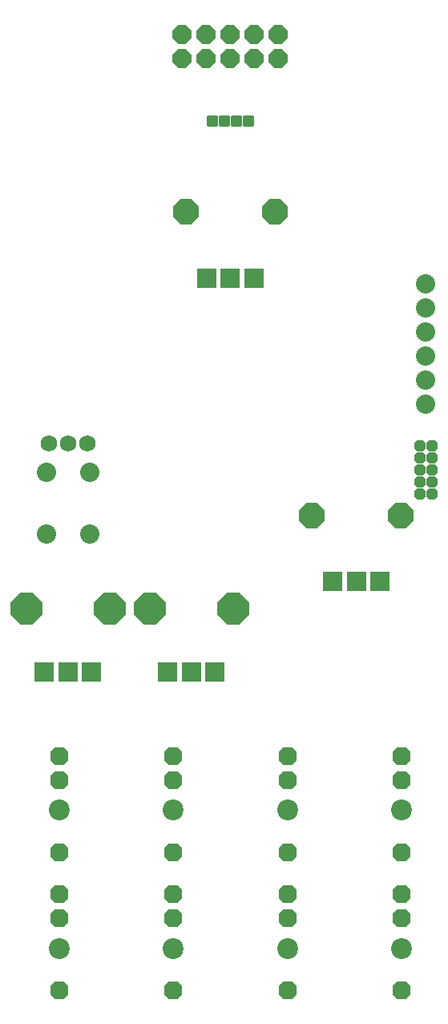
<source format=gbr>
%TF.GenerationSoftware,KiCad,Pcbnew,(6.0.11-0)*%
%TF.CreationDate,2023-05-26T18:45:56+02:00*%
%TF.ProjectId,warps,77617270-732e-46b6-9963-61645f706362,rev?*%
%TF.SameCoordinates,Original*%
%TF.FileFunction,Soldermask,Bot*%
%TF.FilePolarity,Negative*%
%FSLAX46Y46*%
G04 Gerber Fmt 4.6, Leading zero omitted, Abs format (unit mm)*
G04 Created by KiCad (PCBNEW (6.0.11-0)) date 2023-05-26 18:45:56*
%MOMM*%
%LPD*%
G01*
G04 APERTURE LIST*
G04 Aperture macros list*
%AMRoundRect*
0 Rectangle with rounded corners*
0 $1 Rounding radius*
0 $2 $3 $4 $5 $6 $7 $8 $9 X,Y pos of 4 corners*
0 Add a 4 corners polygon primitive as box body*
4,1,4,$2,$3,$4,$5,$6,$7,$8,$9,$2,$3,0*
0 Add four circle primitives for the rounded corners*
1,1,$1+$1,$2,$3*
1,1,$1+$1,$4,$5*
1,1,$1+$1,$6,$7*
1,1,$1+$1,$8,$9*
0 Add four rect primitives between the rounded corners*
20,1,$1+$1,$2,$3,$4,$5,0*
20,1,$1+$1,$4,$5,$6,$7,0*
20,1,$1+$1,$6,$7,$8,$9,0*
20,1,$1+$1,$8,$9,$2,$3,0*%
%AMFreePoly0*
4,1,25,0.417216,0.947373,0.422118,0.942882,0.942882,0.422118,0.964910,0.374877,0.965200,0.368236,0.965200,-0.368236,0.947373,-0.417216,0.942882,-0.422118,0.422118,-0.942882,0.374877,-0.964910,0.368236,-0.965200,-0.368236,-0.965200,-0.417216,-0.947373,-0.422118,-0.942882,-0.942882,-0.422118,-0.964910,-0.374877,-0.965200,-0.368236,-0.965200,0.368236,-0.947373,0.417216,-0.942882,0.422118,
-0.422118,0.942882,-0.374877,0.964910,-0.368236,0.965200,0.368236,0.965200,0.417216,0.947373,0.417216,0.947373,$1*%
%AMFreePoly1*
4,1,25,0.706544,1.645873,0.711446,1.641382,1.641382,0.711446,1.663410,0.664205,1.663700,0.657564,1.663700,-0.657564,1.645873,-0.706544,1.641382,-0.711446,0.711446,-1.641382,0.664205,-1.663410,0.657564,-1.663700,-0.657564,-1.663700,-0.706544,-1.645873,-0.711446,-1.641382,-1.641382,-0.711446,-1.663410,-0.664205,-1.663700,-0.657564,-1.663700,0.657564,-1.645873,0.706544,-1.641382,0.711446,
-0.711446,1.641382,-0.664205,1.663410,-0.657564,1.663700,0.657564,1.663700,0.706544,1.645873,0.706544,1.645873,$1*%
%AMFreePoly2*
4,1,25,0.575031,1.328373,0.579933,1.323882,1.323882,0.579933,1.345910,0.532692,1.346200,0.526051,1.346200,-0.526051,1.328373,-0.575031,1.323882,-0.579933,0.579933,-1.323882,0.532692,-1.345910,0.526051,-1.346200,-0.526051,-1.346200,-0.575031,-1.328373,-0.579933,-1.323882,-1.323882,-0.579933,-1.345910,-0.532692,-1.346200,-0.526051,-1.346200,0.526051,-1.328373,0.575031,-1.323882,0.579933,
-0.579933,1.323882,-0.532692,1.345910,-0.526051,1.346200,0.526051,1.346200,0.575031,1.328373,0.575031,1.328373,$1*%
%AMFreePoly3*
4,1,25,0.269922,0.591773,0.274824,0.587282,0.587282,0.274824,0.609310,0.227583,0.609600,0.220942,0.609600,-0.220942,0.591773,-0.269922,0.587282,-0.274824,0.274824,-0.587282,0.227583,-0.609310,0.220942,-0.609600,-0.220942,-0.609600,-0.269922,-0.591773,-0.274824,-0.587282,-0.587282,-0.274824,-0.609310,-0.227583,-0.609600,-0.220942,-0.609600,0.220942,-0.591773,0.269922,-0.587282,0.274824,
-0.274824,0.587282,-0.227583,0.609310,-0.220942,0.609600,0.220942,0.609600,0.269922,0.591773,0.269922,0.591773,$1*%
%AMFreePoly4*
4,1,25,0.438258,0.998173,0.443160,0.993682,0.993682,0.443160,1.015710,0.395919,1.016000,0.389278,1.016000,-0.389278,0.998173,-0.438258,0.993682,-0.443160,0.443160,-0.993682,0.395919,-1.015710,0.389278,-1.016000,-0.389278,-1.016000,-0.438258,-0.998173,-0.443160,-0.993682,-0.993682,-0.443160,-1.015710,-0.395919,-1.016000,-0.389278,-1.016000,0.389278,-0.998173,0.438258,-0.993682,0.443160,
-0.443160,0.993682,-0.395919,1.015710,-0.389278,1.016000,0.389278,1.016000,0.438258,0.998173,0.438258,0.998173,$1*%
G04 Aperture macros list end*
%ADD10C,1.752400*%
%ADD11C,2.200000*%
%ADD12FreePoly0,180.000000*%
%ADD13RoundRect,0.076200X0.939800X-0.939800X0.939800X0.939800X-0.939800X0.939800X-0.939800X-0.939800X0*%
%ADD14FreePoly1,90.000000*%
%ADD15FreePoly2,90.000000*%
%ADD16RoundRect,0.076200X-0.503200X0.503200X-0.503200X-0.503200X0.503200X-0.503200X0.503200X0.503200X0*%
%ADD17C,2.032000*%
%ADD18FreePoly3,270.000000*%
%ADD19FreePoly4,0.000000*%
G04 APERTURE END LIST*
D10*
%TO.C,LED2*%
X129356100Y-98653600D03*
X131356100Y-98653600D03*
X133356100Y-98653600D03*
%TD*%
D11*
%TO.C,J2*%
X142468600Y-137388600D03*
D12*
X142468600Y-131673600D03*
X142468600Y-134213600D03*
X142468600Y-141833600D03*
%TD*%
D11*
%TO.C,J3*%
X154533600Y-137388600D03*
D12*
X154533600Y-131673600D03*
X154533600Y-134213600D03*
X154533600Y-141833600D03*
%TD*%
D13*
%TO.C,R26*%
X133856100Y-122816100D03*
X131356100Y-122816100D03*
X128856100Y-122816100D03*
D14*
X135756100Y-116116100D03*
X126956100Y-116116100D03*
%TD*%
D11*
%TO.C,J6*%
X142468600Y-151993600D03*
D12*
X142468600Y-146278600D03*
X142468600Y-148818600D03*
X142468600Y-156438600D03*
%TD*%
D11*
%TO.C,J1*%
X130403600Y-137388600D03*
D12*
X130403600Y-131673600D03*
X130403600Y-134213600D03*
X130403600Y-141833600D03*
%TD*%
D13*
%TO.C,R23*%
X164336100Y-113273600D03*
X161836100Y-113273600D03*
X159336100Y-113273600D03*
D15*
X166536100Y-106273600D03*
X157136100Y-106273600D03*
%TD*%
D11*
%TO.C,J7*%
X154533600Y-151993600D03*
D12*
X154533600Y-146278600D03*
X154533600Y-148818600D03*
X154533600Y-156438600D03*
%TD*%
D11*
%TO.C,J4*%
X166598600Y-137388600D03*
D12*
X166598600Y-131673600D03*
X166598600Y-134213600D03*
X166598600Y-141833600D03*
%TD*%
D16*
%TO.C,LED1*%
X149136100Y-64681100D03*
X147866100Y-64681100D03*
X150406100Y-64681100D03*
X146596100Y-64681100D03*
%TD*%
D11*
%TO.C,J5*%
X130403600Y-151993600D03*
D12*
X130403600Y-146278600D03*
X130403600Y-148818600D03*
X130403600Y-156438600D03*
%TD*%
D17*
%TO.C,SW3*%
X129095500Y-108254800D03*
X129095500Y-101752400D03*
X133616700Y-108254800D03*
X133616700Y-101752400D03*
%TD*%
D11*
%TO.C,J8*%
X166598600Y-151993600D03*
D12*
X166598600Y-146278600D03*
X166598600Y-148818600D03*
X166598600Y-156438600D03*
%TD*%
D13*
%TO.C,R27*%
X146873600Y-122816100D03*
X144373600Y-122816100D03*
X141873600Y-122816100D03*
D14*
X148773600Y-116116100D03*
X139973600Y-116116100D03*
%TD*%
D13*
%TO.C,R7*%
X151001100Y-81206100D03*
X148501100Y-81206100D03*
X146001100Y-81206100D03*
D15*
X153201100Y-74206100D03*
X143801100Y-74206100D03*
%TD*%
D18*
%TO.C,JP1*%
X169773600Y-98971100D03*
X168503600Y-98971100D03*
X169773600Y-100241100D03*
X168503600Y-100241100D03*
X169773600Y-101511100D03*
X168503600Y-101511100D03*
X169773600Y-102781100D03*
X168503600Y-102781100D03*
X169773600Y-104051100D03*
X168503600Y-104051100D03*
%TD*%
D19*
%TO.C,JP3*%
X143421100Y-55473600D03*
X143421100Y-58013600D03*
X145961100Y-55473600D03*
X145961100Y-58013600D03*
X148501100Y-55473600D03*
X148501100Y-58013600D03*
X151041100Y-55473600D03*
X151041100Y-58013600D03*
X153581100Y-55473600D03*
X153581100Y-58013600D03*
%TD*%
D17*
%TO.C,JP2*%
X169138600Y-81826100D03*
X169138600Y-84366100D03*
X169138600Y-86906100D03*
X169138600Y-89446100D03*
X169138600Y-91986100D03*
X169138600Y-94526100D03*
%TD*%
M02*

</source>
